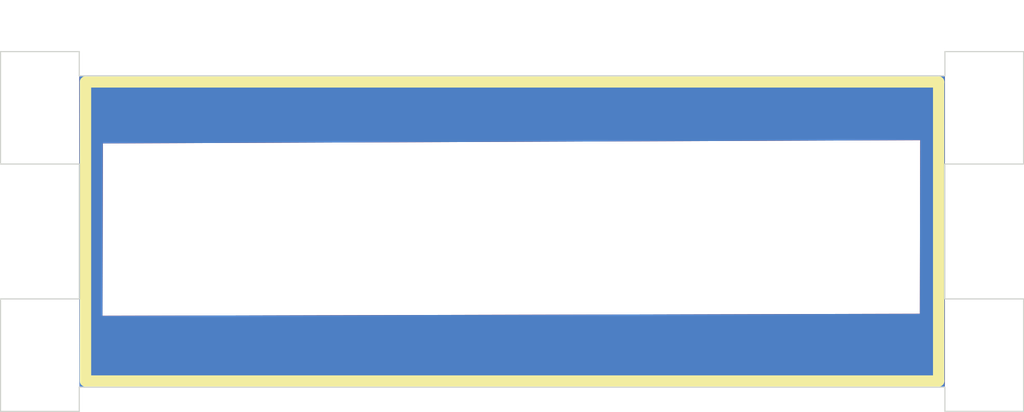
<source format=kicad_pcb>
(kicad_pcb (version 20221018) (generator pcbnew)
  (layers (0 "F.Cu" signal) (31 "B.Cu" signal) (34 "B.Paste" user) (35 "F.Paste" user) (36 "B.SilkS" user "B.Silkscreen") (37 "F.SilkS" user "F.Silkscreen") (38 "B.Mask" user) (39 "F.Mask" user) (44 "Edge.Cuts" user))
  (net 0 "")
  (footprint "TopFounder:Top" (layer "F.Cu") (at 150.79 92.21)
    (fp_text reference "Ref**" hide)
    (fp_text value "Val**" hide)
    (fp_line (start -37.94 -13.3) (end -37.94 13.3) (stroke (width 1)) (layer "F.SilkS"))
    (fp_line (start -37.94 13.3) (end 37.94 13.3) (stroke (width 1)) (layer "F.SilkS"))
    (fp_line (start 37.94 -13.3) (end -37.94 -13.3) (stroke (width 1)) (layer "F.SilkS"))
    (fp_line (start 37.94 13.3) (end 37.94 -13.3) (stroke (width 1)) (layer "F.SilkS"))
    (fp_line (start -45.5 -16) (end -45.5 -6) (stroke (width 0.1)) (layer "Edge.Cuts"))
    (fp_line (start -45.5 -6) (end -38.5 -6) (stroke (width 0.1)) (layer "Edge.Cuts"))
    (fp_line (start -45.5 6) (end -45.5 16) (stroke (width 0.1)) (layer "Edge.Cuts"))
    (fp_line (start -45.5 16) (end -38.5 16) (stroke (width 0.1)) (layer "Edge.Cuts"))
    (fp_line (start -38.500004 -16) (end -45.5 -16) (stroke (width 0.1)) (layer "Edge.Cuts"))
    (fp_line (start -38.5 -13.847379) (end -38.5 -16) (stroke (width 0.1)) (layer "Edge.Cuts"))
    (fp_line (start -38.5 -13.847379) (end 38.5 -13.847379) (stroke (width 0.1)) (layer "Edge.Cuts"))
    (fp_line (start -38.5 -6) (end -38.5 6) (stroke (width 0.1)) (layer "Edge.Cuts"))
    (fp_line (start -38.5 6) (end -45.5 6) (stroke (width 0.1)) (layer "Edge.Cuts"))
    (fp_line (start -38.5 13.847379) (end -38.5 16) (stroke (width 0.1)) (layer "Edge.Cuts"))
    (fp_line (start 38.5 -16) (end 38.5 -13.847379) (stroke (width 0.1)) (layer "Edge.Cuts"))
    (fp_line (start 38.5 -6) (end 45.5 -6) (stroke (width 0.1)) (layer "Edge.Cuts"))
    (fp_line (start 38.5 6) (end 38.5 -6) (stroke (width 0.1)) (layer "Edge.Cuts"))
    (fp_line (start 38.5 13.847379) (end -38.5 13.847379) (stroke (width 0.1)) (layer "Edge.Cuts"))
    (fp_line (start 38.5 13.847379) (end 38.5 16) (stroke (width 0.1)) (layer "Edge.Cuts"))
    (fp_line (start 38.5 16) (end 45.5 16) (stroke (width 0.1)) (layer "Edge.Cuts"))
    (fp_line (start 45.5 -16) (end 38.5 -16) (stroke (width 0.1)) (layer "Edge.Cuts"))
    (fp_line (start 45.5 -6) (end 45.5 -16) (stroke (width 0.1)) (layer "Edge.Cuts"))
    (fp_line (start 45.5 6) (end 38.5 6) (stroke (width 0.1)) (layer "Edge.Cuts"))
    (fp_line (start 45.5 16) (end 45.5 6) (stroke (width 0.1)) (layer "Edge.Cuts"))
  )
  (zone (net 0) (net_name "") (layers "F&B.Cu") (connect_pads (clearance 0)) (min_thickness 0.25)
    (keepout (tracks not_allowed) (vias not_allowed) (pads not_allowed) (copperpour not_allowed) (footprints allowed))
    (fill (thermal_gap 0.5) (thermal_bridge_width 0.5))
    (polygon (pts (xy 114.39 84.376724) (xy 187.09 84.086724) (xy 187.06 99.53) (xy 114.36 99.71)))
  )
  (zone (net 0) (net_name "") (layers "F&B.Cu") (connect_pads (clearance 0.5)) (min_thickness 0.25) (fill yes (thermal_gap 0.5) (thermal_bridge_width 0.5) (island_removal_mode 1) (island_area_min 10))
    (polygon (pts (xy 112.29 78.36) (xy 189.29 78.36) (xy 189.28 106.06) (xy 112.31 106.06) (xy 112.31 104.55)))
  )
)
</source>
